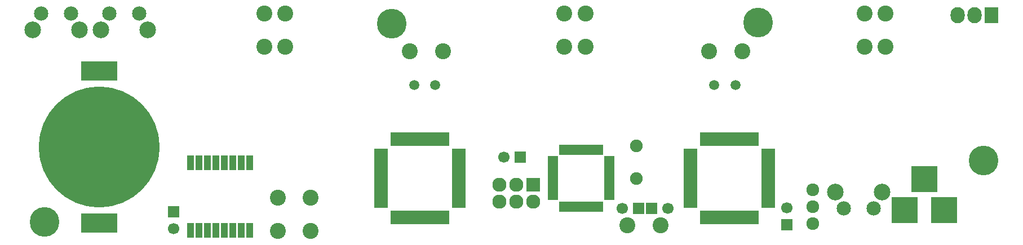
<source format=gbr>
G04 #@! TF.FileFunction,Soldermask,Top*
%FSLAX46Y46*%
G04 Gerber Fmt 4.6, Leading zero omitted, Abs format (unit mm)*
G04 Created by KiCad (PCBNEW 4.0.0-rc1-stable) date 11/15/2015 9:58:47 PM*
%MOMM*%
G01*
G04 APERTURE LIST*
%ADD10C,0.100000*%
%ADD11R,2.127200X2.127200*%
%ADD12O,2.127200X2.127200*%
%ADD13R,1.700000X1.700000*%
%ADD14C,1.700000*%
%ADD15R,1.035000X2.305000*%
%ADD16R,0.960000X2.000000*%
%ADD17R,2.000000X0.960000*%
%ADD18R,1.600000X1.000000*%
%ADD19R,1.000000X1.600000*%
%ADD20C,1.507440*%
%ADD21R,5.480000X2.940000*%
%ADD22C,18.180000*%
%ADD23C,1.901140*%
%ADD24C,1.924000*%
%ADD25C,2.398980*%
%ADD26R,3.900120X3.900120*%
%ADD27R,2.127200X2.432000*%
%ADD28O,2.127200X2.432000*%
%ADD29C,2.500000*%
%ADD30C,2.150000*%
%ADD31C,4.464000*%
G04 APERTURE END LIST*
D10*
D11*
X98806000Y-94996000D03*
D12*
X98806000Y-97536000D03*
X96266000Y-94996000D03*
X96266000Y-97536000D03*
X93726000Y-94996000D03*
X93726000Y-97536000D03*
D13*
X44831000Y-99060000D03*
D14*
X44831000Y-101560000D03*
D13*
X114681000Y-98552000D03*
D14*
X112181000Y-98552000D03*
D13*
X116586000Y-98552000D03*
D14*
X119086000Y-98552000D03*
D13*
X96901000Y-90805000D03*
D14*
X94401000Y-90805000D03*
D15*
X56261000Y-91694000D03*
X54991000Y-91694000D03*
X53721000Y-91694000D03*
X52451000Y-91694000D03*
X51181000Y-91694000D03*
X49911000Y-91694000D03*
X48641000Y-91694000D03*
X47371000Y-91694000D03*
X47371000Y-101854000D03*
X48641000Y-101854000D03*
X49911000Y-101854000D03*
X51181000Y-101854000D03*
X52451000Y-101854000D03*
X53721000Y-101854000D03*
X54991000Y-101854000D03*
X56261000Y-101854000D03*
D16*
X85788000Y-88130000D03*
X84988000Y-88130000D03*
X84188000Y-88130000D03*
X83388000Y-88130000D03*
X82588000Y-88130000D03*
X81788000Y-88130000D03*
X80988000Y-88130000D03*
X80188000Y-88130000D03*
X79388000Y-88130000D03*
X78588000Y-88130000D03*
X77788000Y-88130000D03*
D17*
X75938000Y-89980000D03*
X75938000Y-90780000D03*
X75938000Y-91580000D03*
X75938000Y-92380000D03*
X75938000Y-93180000D03*
X75938000Y-93980000D03*
X75938000Y-94780000D03*
X75938000Y-95580000D03*
X75938000Y-96380000D03*
X75938000Y-97180000D03*
X75938000Y-97980000D03*
D16*
X77788000Y-99830000D03*
X78588000Y-99830000D03*
X79388000Y-99830000D03*
X80188000Y-99830000D03*
X80988000Y-99830000D03*
X81788000Y-99830000D03*
X82588000Y-99830000D03*
X83388000Y-99830000D03*
X84188000Y-99830000D03*
X84988000Y-99830000D03*
X85788000Y-99830000D03*
D17*
X87638000Y-97980000D03*
X87638000Y-97180000D03*
X87638000Y-96380000D03*
X87638000Y-95580000D03*
X87638000Y-94780000D03*
X87638000Y-93980000D03*
X87638000Y-93180000D03*
X87638000Y-92380000D03*
X87638000Y-91580000D03*
X87638000Y-90780000D03*
X87638000Y-89980000D03*
D16*
X132270000Y-88130000D03*
X131470000Y-88130000D03*
X130670000Y-88130000D03*
X129870000Y-88130000D03*
X129070000Y-88130000D03*
X128270000Y-88130000D03*
X127470000Y-88130000D03*
X126670000Y-88130000D03*
X125870000Y-88130000D03*
X125070000Y-88130000D03*
X124270000Y-88130000D03*
D17*
X122420000Y-89980000D03*
X122420000Y-90780000D03*
X122420000Y-91580000D03*
X122420000Y-92380000D03*
X122420000Y-93180000D03*
X122420000Y-93980000D03*
X122420000Y-94780000D03*
X122420000Y-95580000D03*
X122420000Y-96380000D03*
X122420000Y-97180000D03*
X122420000Y-97980000D03*
D16*
X124270000Y-99830000D03*
X125070000Y-99830000D03*
X125870000Y-99830000D03*
X126670000Y-99830000D03*
X127470000Y-99830000D03*
X128270000Y-99830000D03*
X129070000Y-99830000D03*
X129870000Y-99830000D03*
X130670000Y-99830000D03*
X131470000Y-99830000D03*
X132270000Y-99830000D03*
D17*
X134120000Y-97980000D03*
X134120000Y-97180000D03*
X134120000Y-96380000D03*
X134120000Y-95580000D03*
X134120000Y-94780000D03*
X134120000Y-93980000D03*
X134120000Y-93180000D03*
X134120000Y-92380000D03*
X134120000Y-91580000D03*
X134120000Y-90780000D03*
X134120000Y-89980000D03*
D18*
X110295000Y-96780000D03*
X110295000Y-95980000D03*
X110295000Y-95180000D03*
X110295000Y-94380000D03*
X110295000Y-93580000D03*
X110295000Y-92780000D03*
X110295000Y-91980000D03*
X110295000Y-91180000D03*
D19*
X108845000Y-89730000D03*
X108045000Y-89730000D03*
X107245000Y-89730000D03*
X106445000Y-89730000D03*
X105645000Y-89730000D03*
X104845000Y-89730000D03*
X104045000Y-89730000D03*
X103245000Y-89730000D03*
D18*
X101795000Y-91180000D03*
X101795000Y-91980000D03*
X101795000Y-92780000D03*
X101795000Y-93580000D03*
X101795000Y-94380000D03*
X101795000Y-95180000D03*
X101795000Y-95980000D03*
X101795000Y-96780000D03*
D19*
X103245000Y-98230000D03*
X104045000Y-98230000D03*
X104845000Y-98230000D03*
X105645000Y-98230000D03*
X106445000Y-98230000D03*
X107245000Y-98230000D03*
X108045000Y-98230000D03*
X108845000Y-98230000D03*
D20*
X84137500Y-80010000D03*
X80962500Y-80010000D03*
X129222500Y-80010000D03*
X126047500Y-80010000D03*
D21*
X33655000Y-77851000D03*
D22*
X33655000Y-89281000D03*
D21*
X33655000Y-100711000D03*
D23*
X114300000Y-94007940D03*
X114300000Y-89126060D03*
D24*
X140843000Y-98298000D03*
X140843000Y-95758000D03*
X140843000Y-100838000D03*
D25*
X103505000Y-74254360D03*
X103505000Y-69253100D03*
X80304640Y-74930000D03*
X85305900Y-74930000D03*
X65405000Y-96941640D03*
X65405000Y-101942900D03*
X58420000Y-74254360D03*
X58420000Y-69253100D03*
X61595000Y-74254360D03*
X61595000Y-69253100D03*
X151765000Y-74254360D03*
X151765000Y-69253100D03*
X125262640Y-74930000D03*
X130263900Y-74930000D03*
X60452000Y-96941640D03*
X60452000Y-101942900D03*
X106680000Y-74254360D03*
X106680000Y-69253100D03*
X148590000Y-74254360D03*
X148590000Y-69253100D03*
D26*
X154581860Y-98806000D03*
X160581340Y-98806000D03*
X157581600Y-94107000D03*
D27*
X167640000Y-69469000D03*
D28*
X165100000Y-69469000D03*
X162560000Y-69469000D03*
D29*
X144227000Y-96062000D03*
D30*
X145487000Y-98552000D03*
X149987000Y-98552000D03*
D29*
X151237000Y-96062000D03*
X40939000Y-71705000D03*
D30*
X39679000Y-69215000D03*
X35179000Y-69215000D03*
D29*
X33929000Y-71705000D03*
X30652000Y-71705000D03*
D30*
X29392000Y-69215000D03*
X24892000Y-69215000D03*
D29*
X23642000Y-71705000D03*
D31*
X77597000Y-70739000D03*
X132588000Y-70612000D03*
X166497000Y-91313000D03*
X25400000Y-100584000D03*
D25*
X117942360Y-101092000D03*
X112941100Y-101092000D03*
D13*
X136906000Y-100965000D03*
D14*
X136906000Y-98465000D03*
M02*

</source>
